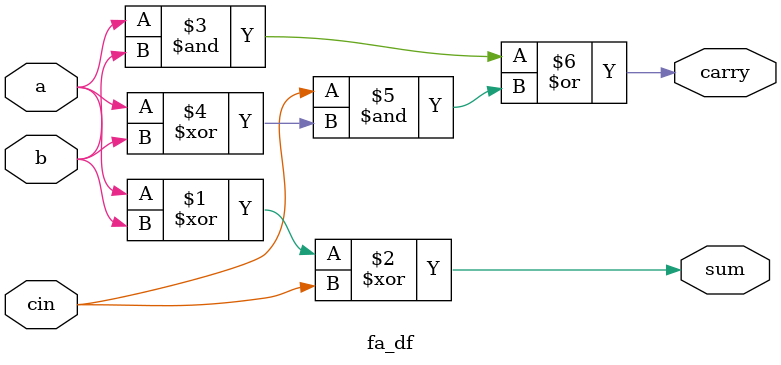
<source format=v>
`timescale 1ns / 1ps

module rca_4bit(input [3:0]a,b,input cin, output [4:0]s);
    wire w1,w2,w3;
    fa_df fa1(a[0],b[0],cin,s[0],w1);
    fa_df fa2(a[1],b[1],w1,s[1],w2);
    fa_df fa3(a[2],b[2],w2,s[2],w3);
    fa_df fa4(a[3],b[3],w3,s[3],s[4]);
endmodule

module fa_df(input a,b,cin,output sum,carry);
    assign sum = a ^ b ^ cin;
    assign carry = (a & b) | (cin & (a^b));
    
endmodule


</source>
